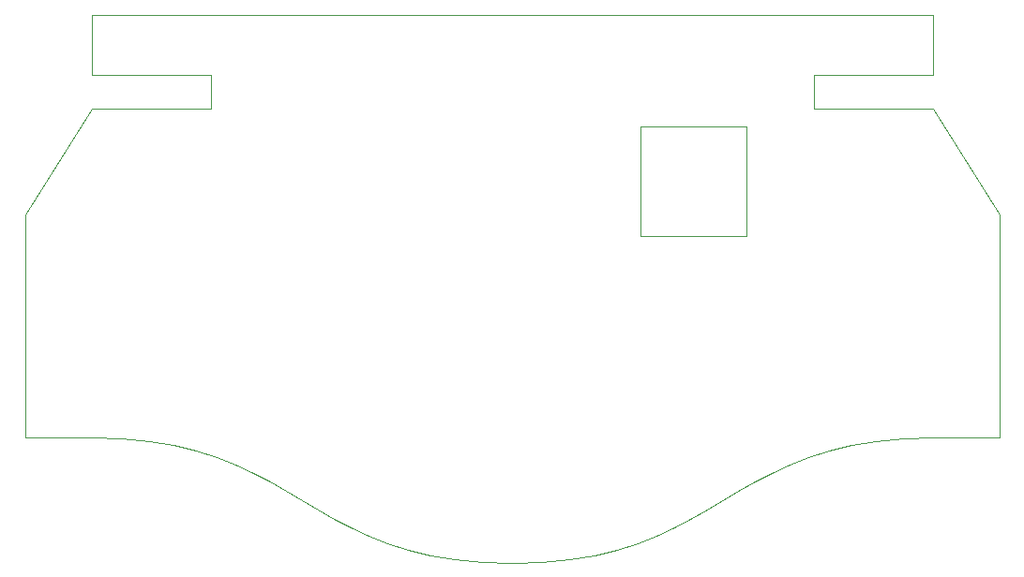
<source format=gm1>
G04 #@! TF.FileFunction,Profile,NP*
%FSLAX46Y46*%
G04 Gerber Fmt 4.6, Leading zero omitted, Abs format (unit mm)*
G04 Created by KiCad (PCBNEW 4.0.7) date 11/19/18 15:24:20*
%MOMM*%
%LPD*%
G01*
G04 APERTURE LIST*
%ADD10C,0.100000*%
G04 APERTURE END LIST*
D10*
X61637263Y4929373D02*
X64496763Y6624314D01*
X82082253Y11450622D02*
X79370003Y11368426D01*
X76914253Y11133175D02*
X74686503Y10761875D01*
X65223532Y29662033D02*
X65223532Y39562033D01*
X55623532Y29662033D02*
X65223532Y29662033D01*
X72658253Y10271533D02*
X70801003Y9679154D01*
X69086253Y9001744D02*
X67485503Y8256310D01*
X23652503Y6629394D02*
X26512003Y4934453D01*
X82042586Y41161710D02*
X88082253Y31572482D01*
X79370003Y11368426D02*
X76914253Y11133175D01*
X88082253Y31572482D02*
X88082253Y11450622D01*
X74686503Y10761875D02*
X72658253Y10271533D01*
X70801003Y9679154D02*
X69086253Y9001744D01*
X65223532Y39562033D02*
X55623532Y39562033D01*
X82082253Y11450622D02*
X88082253Y11450622D01*
X55623532Y39562033D02*
X55623532Y29662033D01*
X8794503Y11368426D02*
X11250253Y11133175D01*
X38914253Y430671D02*
X41370003Y195420D01*
X32801003Y1884692D02*
X34658253Y1292313D01*
X19078253Y9001744D02*
X20679003Y8256310D01*
X17363503Y9679154D02*
X19078253Y9001744D01*
X82253Y11450622D02*
X6082253Y11450622D01*
X31086253Y2562102D02*
X32801003Y1884692D01*
X27970253Y4103988D02*
X29485503Y3307536D01*
X11250253Y11133175D02*
X13478003Y10761875D01*
X20679003Y8256310D02*
X22194253Y7459858D01*
X13478003Y10761875D02*
X15506253Y10271533D01*
X6082253Y11450622D02*
X8794503Y11368426D01*
X16882237Y41161710D02*
X6121394Y41161710D01*
X16882284Y44161773D02*
X16882237Y41161710D01*
X6121374Y49661668D02*
X6121420Y44161731D01*
X6121374Y49661668D02*
X82042581Y49661664D01*
X82042581Y49661664D02*
X82042592Y44161785D01*
X71282237Y41161710D02*
X82042586Y41161710D01*
X71282248Y44161776D02*
X71282237Y41161710D01*
X82253Y11450622D02*
X82253Y31573166D01*
X82253Y31573166D02*
X6121394Y41161710D01*
X67485503Y8256310D02*
X65970253Y7459858D01*
X65970253Y7459858D02*
X64495680Y6624320D01*
X16882284Y44161773D02*
X6121420Y44161731D01*
X61637263Y4929373D02*
X60179013Y4098908D01*
X57078253Y2562102D02*
X55363503Y1884692D01*
X41370003Y195420D02*
X44082253Y113224D01*
X22194253Y7459858D02*
X23652503Y6629394D01*
X60179013Y4098908D02*
X58679080Y3307080D01*
X58679003Y3307536D02*
X57078253Y2562102D01*
X55363503Y1884692D02*
X53506253Y1292313D01*
X29485503Y3307536D02*
X31086253Y2562102D01*
X53506253Y1292313D02*
X51478003Y801971D01*
X71282248Y44161776D02*
X82042592Y44161785D01*
X34658253Y1292313D02*
X36686503Y801971D01*
X51478003Y801971D02*
X49250253Y430671D01*
X26512003Y4934453D02*
X27970253Y4103988D01*
X49250253Y430671D02*
X46794503Y195420D01*
X46794503Y195420D02*
X44082253Y113224D01*
X36686503Y801971D02*
X38914253Y430671D01*
X15506253Y10271533D02*
X17363503Y9679154D01*
M02*

</source>
